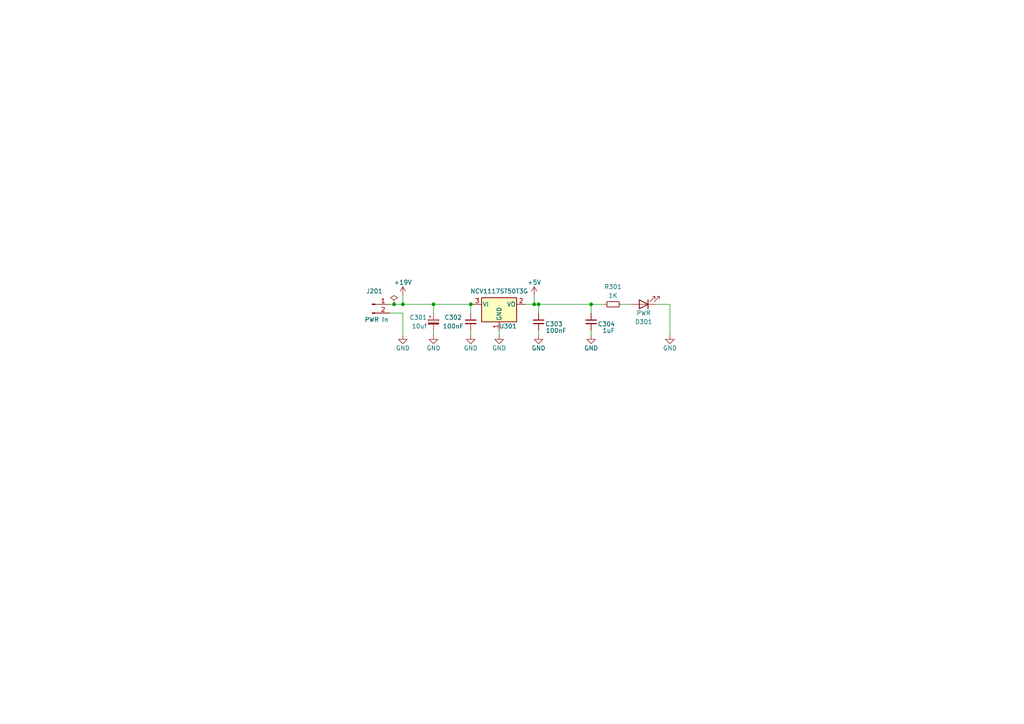
<source format=kicad_sch>
(kicad_sch (version 20211123) (generator eeschema)
  (paper "A4")
  (title_block (title "VTOL Board") (date "${ISSUE}") (rev "${REVISION}") (company "SNHU") (comment 4 "Release: ${FULL_REVISION}"))
  (lib_symbols
    (symbol "Connector:Conn_01x02_Male" (pin_names (offset 1.016) hide)
      (property "Reference" "J" (at 0 2.54 0))
      (property "Value" "Conn_01x02_Male" (at 0 -5.08 0))
      (symbol "Conn_01x02_Male_1_1"
        (polyline (pts (xy 1.27 -2.54) (xy 0.8636 -2.54)) (stroke (width 0.1524)))
        (polyline (pts (xy 1.27 0) (xy 0.8636 0)) (stroke (width 0.1524)))
        (rectangle (start 0.8636 -2.413) (end 0 -2.667) (stroke (width 0.1524)) (fill (type outline)))
        (rectangle (start 0.8636 0.127) (end 0 -0.127) (stroke (width 0.1524)) (fill (type outline)))
        (pin passive line (at 5.08 0 180) (length 3.81) (name "Pin_1") (number "1"))
        (pin passive line (at 5.08 -2.54 180) (length 3.81) (name "Pin_2") (number "2"))
      )
    )
    (symbol "Device:C_Polarized_Small" (pin_numbers hide) (pin_names (offset 0.254) hide)
      (property "Reference" "C" (at 0.254 1.778 0))
      (property "Value" "C_Polarized_Small" (at 0.254 -2.032 0))
      (symbol "C_Polarized_Small_0_1"
        (rectangle (start -1.524 -0.3048) (end 1.524 -0.6858) (fill (type outline)))
        (rectangle (start -1.524 0.6858) (end 1.524 0.3048))
        (polyline (pts (xy -1.27 1.524) (xy -0.762 1.524)))
        (polyline (pts (xy -1.016 1.27) (xy -1.016 1.778)))
      )
      (symbol "C_Polarized_Small_1_1"
        (pin passive line (at 0 2.54 270) (length 1.8542) (name "~") (number "1"))
        (pin passive line (at 0 -2.54 90) (length 1.8542) (name "~") (number "2"))
      )
    )
    (symbol "Device:C_Small" (pin_numbers hide) (pin_names (offset 0.254) hide)
      (property "Reference" "C" (at 0.254 1.778 0))
      (property "Value" "C_Small" (at 0.254 -2.032 0))
      (symbol "C_Small_0_1"
        (polyline (pts (xy -1.524 -0.508) (xy 1.524 -0.508)) (stroke (width 0.3302)))
        (polyline (pts (xy -1.524 0.508) (xy 1.524 0.508)) (stroke (width 0.3048)))
      )
      (symbol "C_Small_1_1"
        (pin passive line (at 0 2.54 270) (length 2.032) (name "~") (number "1"))
        (pin passive line (at 0 -2.54 90) (length 2.032) (name "~") (number "2"))
      )
    )
    (symbol "Device:LED" (pin_numbers hide) (pin_names (offset 1.016) hide)
      (property "Reference" "D" (at 0 2.54 0))
      (property "Value" "LED" (at 0 -2.54 0))
      (symbol "LED_0_1"
        (polyline (pts (xy -1.27 -1.27) (xy -1.27 1.27)) (stroke (width 0.254)))
        (polyline (pts (xy -1.27 0) (xy 1.27 0)))
        (polyline (pts (xy 1.27 -1.27) (xy 1.27 1.27) (xy -1.27 0) (xy 1.27 -1.27)) (stroke (width 0.254)))
        (polyline (pts (xy -3.048 -0.762) (xy -4.572 -2.286) (xy -3.81 -2.286) (xy -4.572 -2.286) (xy -4.572 -1.524)))
        (polyline (pts (xy -1.778 -0.762) (xy -3.302 -2.286) (xy -2.54 -2.286) (xy -3.302 -2.286) (xy -3.302 -1.524)))
      )
      (symbol "LED_1_1"
        (pin passive line (at -3.81 0 0) (length 2.54) (name "K") (number "1"))
        (pin passive line (at 3.81 0 180) (length 2.54) (name "A") (number "2"))
      )
    )
    (symbol "Device:R_Small" (pin_numbers hide) (pin_names (offset 0.254) hide)
      (property "Reference" "R" (at 0.762 0.508 0))
      (property "Value" "R_Small" (at 0.762 -1.016 0))
      (symbol "R_Small_0_1"
        (rectangle (start -0.762 1.778) (end 0.762 -1.778) (stroke (width 0.2032)))
      )
      (symbol "R_Small_1_1"
        (pin passive line (at 0 2.54 270) (length 0.762) (name "~") (number "1"))
        (pin passive line (at 0 -2.54 90) (length 0.762) (name "~") (number "2"))
      )
    )
    (symbol "KenwoodFox:+19V" (power) (pin_names (offset 0))
      (property "Value" "+19V" (at 0 3.556 0))
      (symbol "+19V_0_1"
        (polyline (pts (xy -0.762 1.27) (xy 0 2.54)))
        (polyline (pts (xy 0 0) (xy 0 2.54)))
        (polyline (pts (xy 0 2.54) (xy 0.762 1.27)))
      )
      (symbol "+19V_1_1"
        (pin power_in line (at 0 0 90) (length 0) hide (name "+19V") (number "1"))
      )
    )
    (symbol "Regulator_Linear:LM1117-5.0" (pin_names (offset 0.254))
      (property "Reference" "U" (at -3.81 3.175 0))
      (property "Value" "LM1117-5.0" (at 0 3.175 0))
      (symbol "LM1117-5.0_0_1"
        (rectangle (start -5.08 -5.08) (end 5.08 1.905) (stroke (width 0.254)) (fill (type background)))
      )
      (symbol "LM1117-5.0_1_1"
        (pin power_in line (at 0 -7.62 90) (length 2.54) (name "GND") (number "1"))
        (pin power_out line (at 7.62 0 180) (length 2.54) (name "VO") (number "2"))
        (pin power_in line (at -7.62 0 0) (length 2.54) (name "VI") (number "3"))
      )
    )
    (symbol "power:+5V" (power) (pin_names (offset 0))
      (property "Value" "+5V" (at 0 3.556 0))
      (symbol "+5V_0_1"
        (polyline (pts (xy -0.762 1.27) (xy 0 2.54)))
        (polyline (pts (xy 0 0) (xy 0 2.54)))
        (polyline (pts (xy 0 2.54) (xy 0.762 1.27)))
      )
      (symbol "+5V_1_1"
        (pin power_in line (at 0 0 90) (length 0) hide (name "+5V") (number "1"))
      )
    )
    (symbol "power:GND" (power) (pin_names (offset 0))
      (property "Value" "GND" (at 0 -3.81 0))
      (symbol "GND_0_1"
        (polyline (pts (xy 0 0) (xy 0 -1.27) (xy 1.27 -1.27) (xy 0 -2.54) (xy -1.27 -1.27) (xy 0 -1.27)))
      )
      (symbol "GND_1_1"
        (pin power_in line (at 0 0 270) (length 0) hide (name "GND") (number "1"))
      )
    )
    (symbol "power:PWR_FLAG" (power) (pin_numbers hide) (pin_names (offset 0) hide)
      (property "Value" "PWR_FLAG" (at 0 3.81 0))
      (symbol "PWR_FLAG_0_0"
        (pin power_out line (at 0 0 90) (length 0) (name "pwr") (number "1"))
      )
      (symbol "PWR_FLAG_0_1"
        (polyline (pts (xy 0 0) (xy 0 1.27) (xy -1.016 1.905) (xy 0 2.54) (xy 1.016 1.905) (xy 0 1.27)))
      )
    )
  )
  (junction (at 114.3 88.265))
  (junction (at 171.45 88.265))
  (junction (at 156.21 88.265))
  (junction (at 116.84 88.265))
  (junction (at 136.525 88.265))
  (junction (at 125.73 88.265))
  (junction (at 154.94 88.265))
  (wire (pts (xy 113.03 88.265) (xy 114.3 88.265)))
  (wire (pts (xy 136.525 95.885) (xy 136.525 97.155)))
  (wire (pts (xy 125.73 88.265) (xy 136.525 88.265)))
  (wire (pts (xy 154.94 88.265) (xy 152.4 88.265)))
  (wire (pts (xy 125.73 97.155) (xy 125.73 95.885)))
  (wire (pts (xy 154.94 85.725) (xy 154.94 88.265)))
  (wire (pts (xy 194.31 88.265) (xy 194.31 97.155)))
  (wire (pts (xy 171.45 97.155) (xy 171.45 95.885)))
  (wire (pts (xy 156.21 88.265) (xy 154.94 88.265)))
  (wire (pts (xy 156.21 88.265) (xy 171.45 88.265)))
  (wire (pts (xy 116.84 88.265) (xy 125.73 88.265)))
  (wire (pts (xy 190.5 88.265) (xy 194.31 88.265)))
  (wire (pts (xy 144.78 95.885) (xy 144.78 97.155)))
  (wire (pts (xy 136.525 88.265) (xy 137.16 88.265)))
  (wire (pts (xy 171.45 88.265) (xy 171.45 90.805)))
  (wire (pts (xy 136.525 88.265) (xy 136.525 90.805)))
  (wire (pts (xy 180.34 88.265) (xy 182.88 88.265)))
  (wire (pts (xy 156.21 88.265) (xy 156.21 90.805)))
  (wire (pts (xy 114.3 88.265) (xy 116.84 88.265)))
  (wire (pts (xy 113.03 90.805) (xy 116.84 90.805)))
  (wire (pts (xy 116.84 97.155) (xy 116.84 90.805)))
  (wire (pts (xy 125.73 88.265) (xy 125.73 90.805)))
  (wire (pts (xy 171.45 88.265) (xy 175.26 88.265)))
  (wire (pts (xy 156.21 95.885) (xy 156.21 97.155)))
  (wire (pts (xy 116.84 85.725) (xy 116.84 88.265)))
  (symbol (lib_id "power:GND") (at 144.78 97.155 0) (unit 1)
    (property "Reference" "#PWR0110" (effects hide))
    (property "Value" "GND" (at 144.78 100.965 0))
  )
  (symbol (lib_id "KenwoodFox:+19V") (at 116.84 85.725 0) (unit 1)
    (property "Reference" "#PWR0109" (effects hide))
    (property "Value" "+19V" (at 116.84 81.915 0))
  )
  (symbol (lib_id "Device:C_Small") (at 156.21 93.345 0) (unit 1)
    (property "Reference" "C303" (at 160.655 93.98 0))
    (property "Value" "100nF" (at 161.29 95.885 0))
    (property "Footprint" "Capacitor_SMD:C_0805_2012Metric" (effects hide))
  )
  (symbol (lib_id "power:GND") (at 156.21 97.155 0) (unit 1)
    (property "Reference" "#PWR0113" (effects hide))
    (property "Value" "GND" (at 156.21 100.965 0))
  )
  (symbol (lib_id "power:GND") (at 136.525 97.155 0) (unit 1)
    (property "Reference" "#PWR0111" (effects hide))
    (property "Value" "GND" (at 136.525 100.965 0))
  )
  (symbol (lib_id "Device:C_Small") (at 171.45 93.345 0) (unit 1)
    (property "Reference" "C304" (at 175.895 93.98 0))
    (property "Value" "1uF" (at 176.53 95.885 0))
    (property "Footprint" "Capacitor_SMD:C_0805_2012Metric" (effects hide))
  )
  (symbol (lib_id "power:GND") (at 116.84 97.155 0) (unit 1)
    (property "Reference" "#PWR0108" (effects hide))
    (property "Value" "GND" (at 116.84 100.965 0))
  )
  (symbol (lib_id "Device:R_Small") (at 177.8 88.265 90) (unit 1)
    (property "Reference" "R301" (at 177.8 83.185 90))
    (property "Value" "1K" (at 177.8 85.725 90))
    (property "Footprint" "Resistor_SMD:R_0805_2012Metric" (effects hide))
  )
  (symbol (lib_id "power:GND") (at 194.31 97.155 0) (unit 1)
    (property "Reference" "#PWR0114" (effects hide))
    (property "Value" "GND" (at 194.31 100.965 0))
  )
  (symbol (lib_id "Device:LED") (at 186.69 88.265 180) (unit 1)
    (property "Reference" "D301" (at 186.69 93.345 0))
    (property "Value" "PWR" (at 186.69 90.805 0))
    (property "Footprint" "LED_SMD:LED_0805_2012Metric" (effects hide))
  )
  (symbol (lib_id "power:PWR_FLAG") (at 114.3 88.265 0) (unit 1)
    (property "Reference" "#FLG0101" (effects hide))
    (property "Value" "PWR_FLAG" (effects hide))
  )
  (symbol (lib_id "power:GND") (at 125.73 97.155 0) (unit 1)
    (property "Reference" "#PWR0107" (effects hide))
    (property "Value" "GND" (at 125.73 100.965 0))
  )
  (symbol (lib_id "Regulator_Linear:LM1117-5.0") (at 144.78 88.265 0) (unit 1)
    (property "Reference" "U301" (at 147.32 94.615 0))
    (property "Value" "NCV1117ST50T3G" (at 144.78 84.455 0))
    (property "Footprint" "Package_TO_SOT_SMD:SOT-223" (effects hide))
    (property "Datasheet" "http://www.ti.com/lit/ds/symlink/lm1117.pdf" (effects hide))
  )
  (symbol (lib_id "Connector:Conn_01x02_Male") (at 107.95 88.265 0) (unit 1)
    (property "Reference" "J201" (at 108.585 84.455 0))
    (property "Value" "PWR In" (at 109.22 92.71 0))
    (property "Footprint" "Connector_Hirose:Hirose_DF13-02P-1.25DS_1x02_P1.25mm_Horizontal" (effects hide))
  )
  (symbol (lib_id "Device:C_Small") (at 136.525 93.345 0) (unit 1)
    (property "Reference" "C302" (at 131.445 92.075 0))
    (property "Value" "100nF" (at 131.445 94.615 0))
    (property "Footprint" "Capacitor_SMD:C_0805_2012Metric" (effects hide))
  )
  (symbol (lib_id "power:+5V") (at 154.94 85.725 0) (unit 1)
    (property "Reference" "#PWR0115" (effects hide))
    (property "Value" "+5V" (at 154.94 81.915 0))
  )
  (symbol (lib_id "power:GND") (at 171.45 97.155 0) (unit 1)
    (property "Reference" "#PWR0112" (effects hide))
    (property "Value" "GND" (at 171.45 100.965 0))
  )
  (symbol (lib_id "Device:C_Polarized_Small") (at 125.73 93.345 0) (unit 1)
    (property "Reference" "C301" (at 118.745 92.075 0) (effects (justify left)))
    (property "Value" "10uf" (at 119.38 94.615 0) (effects (justify left)))
    (property "Footprint" "Capacitor_SMD:CP_Elec_4x3" (effects hide))
  )
)
</source>
